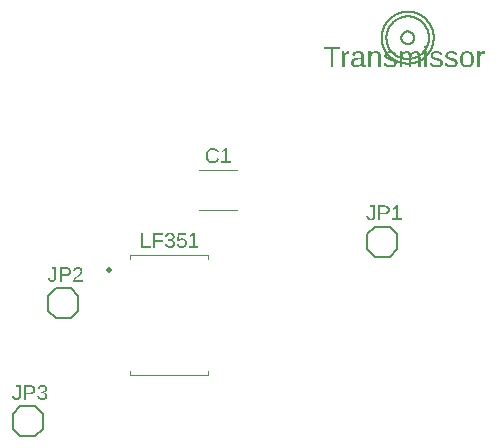
<source format=gbr>
G04 EAGLE Gerber RS-274X export*
G75*
%MOMM*%
%FSLAX34Y34*%
%LPD*%
%INSilkscreen Top*%
%IPPOS*%
%AMOC8*
5,1,8,0,0,1.08239X$1,22.5*%
G01*
G04 Define Apertures*
%ADD10C,0.120000*%
%ADD11C,0.127000*%
%ADD12C,0.500000*%
%ADD13C,0.152400*%
G36*
X401838Y339755D02*
X401480Y339762D01*
X401133Y339782D01*
X400797Y339817D01*
X400473Y339865D01*
X400159Y339928D01*
X399857Y340004D01*
X399566Y340094D01*
X399286Y340198D01*
X399017Y340316D01*
X398759Y340447D01*
X398512Y340593D01*
X398277Y340752D01*
X398052Y340925D01*
X397839Y341112D01*
X397637Y341313D01*
X397446Y341527D01*
X397266Y341755D01*
X397098Y341995D01*
X396941Y342248D01*
X396796Y342512D01*
X396663Y342789D01*
X396541Y343079D01*
X396431Y343380D01*
X396332Y343694D01*
X396245Y344020D01*
X396170Y344359D01*
X396054Y345073D01*
X395984Y345837D01*
X395961Y346649D01*
X395985Y347481D01*
X396014Y347877D01*
X396054Y348259D01*
X396107Y348628D01*
X396170Y348984D01*
X396246Y349326D01*
X396333Y349655D01*
X396432Y349970D01*
X396542Y350272D01*
X396664Y350561D01*
X396798Y350836D01*
X396943Y351097D01*
X397100Y351346D01*
X397269Y351580D01*
X397449Y351802D01*
X397641Y352010D01*
X397844Y352204D01*
X398059Y352386D01*
X398286Y352553D01*
X398524Y352708D01*
X398774Y352848D01*
X399035Y352976D01*
X399308Y353090D01*
X399593Y353191D01*
X399889Y353278D01*
X400197Y353352D01*
X400517Y353412D01*
X400848Y353459D01*
X401191Y353493D01*
X401545Y353513D01*
X401911Y353519D01*
X402285Y353513D01*
X402647Y353493D01*
X402996Y353461D01*
X403332Y353415D01*
X403656Y353356D01*
X403967Y353284D01*
X404266Y353199D01*
X404552Y353101D01*
X404826Y352990D01*
X405087Y352865D01*
X405335Y352728D01*
X405571Y352577D01*
X405794Y352414D01*
X406005Y352237D01*
X406203Y352048D01*
X406389Y351845D01*
X406563Y351628D01*
X406726Y351397D01*
X406877Y351152D01*
X407017Y350892D01*
X407146Y350618D01*
X407264Y350329D01*
X407370Y350026D01*
X407466Y349709D01*
X407550Y349377D01*
X407623Y349030D01*
X407735Y348294D01*
X407802Y347501D01*
X407825Y346649D01*
X407819Y346221D01*
X407801Y345806D01*
X407771Y345405D01*
X407729Y345018D01*
X407675Y344645D01*
X407609Y344286D01*
X407531Y343941D01*
X407441Y343610D01*
X407339Y343292D01*
X407225Y342989D01*
X407100Y342699D01*
X406962Y342424D01*
X406812Y342162D01*
X406650Y341914D01*
X406477Y341680D01*
X406291Y341460D01*
X406094Y341253D01*
X405886Y341060D01*
X405667Y340880D01*
X405438Y340714D01*
X405197Y340561D01*
X404946Y340421D01*
X404684Y340294D01*
X404411Y340181D01*
X404127Y340081D01*
X403833Y339994D01*
X403527Y339921D01*
X403211Y339861D01*
X402884Y339815D01*
X402546Y339781D01*
X402197Y339761D01*
X401838Y339755D01*
G37*
%LPC*%
G36*
X401813Y341386D02*
X402292Y341406D01*
X402736Y341466D01*
X403144Y341566D01*
X403517Y341705D01*
X403854Y341885D01*
X404156Y342104D01*
X404422Y342363D01*
X404653Y342662D01*
X404853Y343004D01*
X405026Y343390D01*
X405173Y343821D01*
X405293Y344297D01*
X405386Y344818D01*
X405453Y345383D01*
X405493Y345994D01*
X405506Y346649D01*
X405493Y347313D01*
X405455Y347929D01*
X405391Y348499D01*
X405302Y349022D01*
X405187Y349497D01*
X405047Y349926D01*
X404881Y350308D01*
X404690Y350643D01*
X404469Y350934D01*
X404213Y351187D01*
X403922Y351401D01*
X403597Y351576D01*
X403237Y351713D01*
X402842Y351810D01*
X402412Y351868D01*
X401948Y351888D01*
X401480Y351868D01*
X401046Y351808D01*
X400645Y351709D01*
X400278Y351570D01*
X399944Y351392D01*
X399644Y351174D01*
X399378Y350916D01*
X399145Y350618D01*
X398942Y350278D01*
X398766Y349894D01*
X398618Y349465D01*
X398496Y348991D01*
X398402Y348473D01*
X398334Y347909D01*
X398293Y347302D01*
X398280Y346649D01*
X398293Y346013D01*
X398333Y345418D01*
X398400Y344864D01*
X398493Y344351D01*
X398613Y343878D01*
X398760Y343446D01*
X398933Y343055D01*
X399133Y342705D01*
X399361Y342396D01*
X399620Y342128D01*
X399909Y341901D01*
X400229Y341716D01*
X400579Y341572D01*
X400960Y341469D01*
X401371Y341407D01*
X401813Y341386D01*
G37*
%LPD*%
G36*
X307860Y339755D02*
X307376Y339771D01*
X306922Y339821D01*
X306500Y339903D01*
X306109Y340018D01*
X305749Y340167D01*
X305420Y340348D01*
X305122Y340562D01*
X304855Y340810D01*
X304619Y341086D01*
X304414Y341386D01*
X304242Y341711D01*
X304100Y342061D01*
X303990Y342435D01*
X303911Y342834D01*
X303864Y343257D01*
X303849Y343705D01*
X303870Y344205D01*
X303933Y344676D01*
X304039Y345116D01*
X304187Y345527D01*
X304378Y345907D01*
X304611Y346258D01*
X304886Y346579D01*
X305204Y346870D01*
X305569Y347130D01*
X305986Y347358D01*
X306455Y347553D01*
X306975Y347717D01*
X307548Y347848D01*
X308173Y347947D01*
X308849Y348013D01*
X309578Y348048D01*
X312559Y348097D01*
X312559Y348821D01*
X312548Y349211D01*
X312516Y349573D01*
X312462Y349906D01*
X312387Y350210D01*
X312291Y350486D01*
X312172Y350732D01*
X312033Y350950D01*
X311872Y351139D01*
X311688Y351303D01*
X311479Y351445D01*
X311246Y351566D01*
X310989Y351664D01*
X310706Y351740D01*
X310400Y351795D01*
X310068Y351828D01*
X309713Y351839D01*
X309354Y351831D01*
X309021Y351807D01*
X308713Y351768D01*
X308431Y351713D01*
X308173Y351642D01*
X307942Y351556D01*
X307735Y351454D01*
X307554Y351336D01*
X307393Y351201D01*
X307250Y351047D01*
X307123Y350874D01*
X307014Y350682D01*
X306921Y350472D01*
X306845Y350243D01*
X306786Y349995D01*
X306744Y349729D01*
X304437Y349937D01*
X304524Y350371D01*
X304644Y350777D01*
X304797Y351155D01*
X304982Y351504D01*
X305200Y351826D01*
X305451Y352120D01*
X305734Y352386D01*
X306051Y352624D01*
X306400Y352834D01*
X306782Y353016D01*
X307197Y353170D01*
X307644Y353296D01*
X308124Y353393D01*
X308637Y353463D01*
X309183Y353505D01*
X309762Y353519D01*
X310368Y353501D01*
X310936Y353448D01*
X311465Y353358D01*
X311955Y353233D01*
X312406Y353071D01*
X312819Y352874D01*
X313193Y352641D01*
X313528Y352372D01*
X313824Y352070D01*
X314081Y351735D01*
X314298Y351368D01*
X314476Y350969D01*
X314614Y350538D01*
X314713Y350076D01*
X314772Y349581D01*
X314792Y349054D01*
X314792Y343337D01*
X314808Y342876D01*
X314856Y342477D01*
X314937Y342137D01*
X315049Y341859D01*
X315121Y341742D01*
X315207Y341641D01*
X315308Y341556D01*
X315423Y341486D01*
X315553Y341432D01*
X315698Y341393D01*
X315857Y341370D01*
X316031Y341362D01*
X316371Y341383D01*
X316755Y341448D01*
X316755Y340074D01*
X316335Y339988D01*
X315911Y339926D01*
X315483Y339890D01*
X315049Y339877D01*
X314753Y339887D01*
X314478Y339918D01*
X314223Y339968D01*
X313990Y340038D01*
X313777Y340129D01*
X313585Y340240D01*
X313414Y340370D01*
X313264Y340521D01*
X313132Y340694D01*
X313016Y340889D01*
X312914Y341107D01*
X312827Y341348D01*
X312756Y341612D01*
X312700Y341898D01*
X312658Y342207D01*
X312633Y342539D01*
X312559Y342539D01*
X312343Y342173D01*
X312118Y341834D01*
X311885Y341524D01*
X311643Y341241D01*
X311393Y340985D01*
X311134Y340758D01*
X310866Y340558D01*
X310590Y340386D01*
X310302Y340238D01*
X309998Y340110D01*
X309680Y340001D01*
X309346Y339913D01*
X308997Y339844D01*
X308634Y339794D01*
X308254Y339765D01*
X307860Y339755D01*
G37*
%LPC*%
G36*
X308363Y341411D02*
X308663Y341419D01*
X308954Y341445D01*
X309236Y341488D01*
X309510Y341549D01*
X309776Y341626D01*
X310033Y341721D01*
X310282Y341834D01*
X310522Y341963D01*
X310752Y342107D01*
X310970Y342265D01*
X311175Y342435D01*
X311367Y342618D01*
X311547Y342814D01*
X311715Y343022D01*
X311870Y343244D01*
X312013Y343478D01*
X312141Y343720D01*
X312252Y343963D01*
X312346Y344208D01*
X312422Y344455D01*
X312482Y344703D01*
X312525Y344954D01*
X312550Y345206D01*
X312559Y345459D01*
X312559Y346551D01*
X310142Y346502D01*
X309410Y346473D01*
X308773Y346410D01*
X308229Y346313D01*
X307993Y346252D01*
X307780Y346183D01*
X307402Y346016D01*
X307070Y345809D01*
X306786Y345562D01*
X306548Y345275D01*
X306447Y345116D01*
X306360Y344945D01*
X306286Y344762D01*
X306226Y344567D01*
X306179Y344360D01*
X306145Y344141D01*
X306125Y343911D01*
X306118Y343668D01*
X306127Y343406D01*
X306155Y343159D01*
X306200Y342927D01*
X306264Y342711D01*
X306346Y342510D01*
X306446Y342325D01*
X306564Y342155D01*
X306701Y342000D01*
X306854Y341862D01*
X307023Y341742D01*
X307208Y341641D01*
X307408Y341558D01*
X307623Y341494D01*
X307854Y341448D01*
X308101Y341420D01*
X308363Y341411D01*
G37*
%LPD*%
G36*
X347219Y340000D02*
X345023Y340000D01*
X345023Y350440D01*
X345005Y352308D01*
X344982Y352904D01*
X344950Y353274D01*
X347035Y353274D01*
X347060Y352943D01*
X347090Y352323D01*
X347133Y351004D01*
X347170Y351004D01*
X347351Y351344D01*
X347539Y351656D01*
X347733Y351942D01*
X347934Y352201D01*
X348141Y352433D01*
X348355Y352638D01*
X348575Y352816D01*
X348802Y352967D01*
X349038Y353097D01*
X349287Y353209D01*
X349549Y353304D01*
X349823Y353381D01*
X350110Y353442D01*
X350410Y353485D01*
X350722Y353511D01*
X351047Y353519D01*
X351414Y353510D01*
X351762Y353482D01*
X352090Y353435D01*
X352398Y353369D01*
X352686Y353285D01*
X352955Y353181D01*
X353204Y353059D01*
X353433Y352918D01*
X353644Y352757D01*
X353838Y352573D01*
X354016Y352367D01*
X354177Y352139D01*
X354321Y351889D01*
X354449Y351616D01*
X354560Y351322D01*
X354654Y351004D01*
X354691Y351004D01*
X354867Y351327D01*
X355052Y351626D01*
X355246Y351902D01*
X355450Y352155D01*
X355662Y352384D01*
X355883Y352589D01*
X356114Y352772D01*
X356353Y352931D01*
X356603Y353069D01*
X356866Y353188D01*
X357142Y353289D01*
X357431Y353372D01*
X357733Y353437D01*
X358047Y353483D01*
X358374Y353510D01*
X358714Y353519D01*
X359200Y353502D01*
X359652Y353451D01*
X360069Y353366D01*
X360452Y353246D01*
X360801Y353093D01*
X361115Y352905D01*
X361395Y352683D01*
X361640Y352428D01*
X361855Y352133D01*
X362040Y351794D01*
X362197Y351412D01*
X362326Y350986D01*
X362426Y350516D01*
X362497Y350003D01*
X362540Y349446D01*
X362554Y348845D01*
X362554Y340000D01*
X360371Y340000D01*
X360371Y348416D01*
X360362Y348879D01*
X360338Y349305D01*
X360296Y349693D01*
X360239Y350044D01*
X360165Y350359D01*
X360074Y350636D01*
X359967Y350875D01*
X359843Y351078D01*
X359698Y351251D01*
X359526Y351400D01*
X359328Y351527D01*
X359104Y351630D01*
X358853Y351711D01*
X358576Y351768D01*
X358272Y351803D01*
X357942Y351814D01*
X357590Y351797D01*
X357258Y351747D01*
X356946Y351663D01*
X356655Y351546D01*
X356384Y351395D01*
X356132Y351210D01*
X355901Y350992D01*
X355690Y350741D01*
X355502Y350458D01*
X355339Y350148D01*
X355201Y349809D01*
X355088Y349442D01*
X355000Y349047D01*
X354937Y348623D01*
X354899Y348172D01*
X354887Y347692D01*
X354887Y340000D01*
X352703Y340000D01*
X352703Y348416D01*
X352695Y348879D01*
X352670Y349305D01*
X352629Y349693D01*
X352571Y350044D01*
X352497Y350359D01*
X352406Y350636D01*
X352299Y350875D01*
X352176Y351078D01*
X352030Y351251D01*
X351859Y351400D01*
X351661Y351527D01*
X351436Y351630D01*
X351186Y351711D01*
X350908Y351768D01*
X350604Y351803D01*
X350274Y351814D01*
X349931Y351797D01*
X349605Y351747D01*
X349299Y351662D01*
X349010Y351544D01*
X348741Y351392D01*
X348489Y351207D01*
X348256Y350988D01*
X348041Y350735D01*
X347849Y350451D01*
X347682Y350140D01*
X347540Y349801D01*
X347425Y349434D01*
X347335Y349040D01*
X347271Y348618D01*
X347232Y348169D01*
X347219Y347692D01*
X347219Y340000D01*
G37*
G36*
X320700Y340000D02*
X318492Y340000D01*
X318492Y350440D01*
X318474Y352308D01*
X318451Y352904D01*
X318418Y353274D01*
X320504Y353274D01*
X320529Y352943D01*
X320559Y352323D01*
X320602Y351004D01*
X320639Y351004D01*
X320833Y351335D01*
X321034Y351641D01*
X321243Y351922D01*
X321459Y352178D01*
X321683Y352408D01*
X321914Y352613D01*
X322153Y352794D01*
X322399Y352949D01*
X322657Y353083D01*
X322930Y353199D01*
X323217Y353297D01*
X323520Y353377D01*
X323839Y353439D01*
X324172Y353484D01*
X324520Y353510D01*
X324884Y353519D01*
X325411Y353502D01*
X325902Y353452D01*
X326357Y353367D01*
X326775Y353248D01*
X327156Y353095D01*
X327500Y352909D01*
X327808Y352688D01*
X328080Y352434D01*
X328317Y352140D01*
X328522Y351802D01*
X328696Y351420D01*
X328839Y350994D01*
X328949Y350523D01*
X329028Y350008D01*
X329076Y349449D01*
X329092Y348845D01*
X329092Y340000D01*
X326871Y340000D01*
X326871Y348416D01*
X326855Y349035D01*
X326807Y349581D01*
X326726Y350054D01*
X326614Y350452D01*
X326466Y350789D01*
X326279Y351075D01*
X326055Y351310D01*
X325792Y351495D01*
X325642Y351570D01*
X325476Y351635D01*
X325095Y351734D01*
X324648Y351794D01*
X324135Y351814D01*
X323747Y351797D01*
X323380Y351746D01*
X323034Y351661D01*
X322709Y351541D01*
X322405Y351388D01*
X322123Y351200D01*
X321861Y350978D01*
X321620Y350722D01*
X321405Y350436D01*
X321218Y350123D01*
X321060Y349784D01*
X320930Y349419D01*
X320830Y349027D01*
X320758Y348608D01*
X320715Y348163D01*
X320700Y347692D01*
X320700Y340000D01*
G37*
G36*
X336988Y339755D02*
X336386Y339767D01*
X335820Y339806D01*
X335289Y339869D01*
X334793Y339959D01*
X334333Y340073D01*
X333909Y340214D01*
X333520Y340379D01*
X333166Y340570D01*
X332845Y340789D01*
X332553Y341036D01*
X332291Y341311D01*
X332058Y341615D01*
X331854Y341947D01*
X331679Y342308D01*
X331534Y342698D01*
X331418Y343116D01*
X333369Y343496D01*
X333449Y343238D01*
X333547Y342998D01*
X333665Y342776D01*
X333801Y342572D01*
X333956Y342385D01*
X334130Y342216D01*
X334323Y342065D01*
X334534Y341932D01*
X334766Y341816D01*
X335019Y341715D01*
X335293Y341629D01*
X335589Y341560D01*
X335907Y341505D01*
X336246Y341466D01*
X336606Y341443D01*
X336988Y341435D01*
X337394Y341443D01*
X337772Y341468D01*
X338121Y341508D01*
X338443Y341564D01*
X338736Y341637D01*
X339002Y341725D01*
X339239Y341830D01*
X339447Y341951D01*
X339630Y342087D01*
X339788Y342240D01*
X339922Y342410D01*
X340032Y342595D01*
X340117Y342796D01*
X340178Y343013D01*
X340214Y343247D01*
X340227Y343496D01*
X340218Y343688D01*
X340193Y343871D01*
X340151Y344044D01*
X340092Y344208D01*
X340016Y344363D01*
X339923Y344509D01*
X339813Y344645D01*
X339687Y344772D01*
X339541Y344892D01*
X339375Y345007D01*
X338981Y345220D01*
X338504Y345412D01*
X337945Y345582D01*
X336362Y345999D01*
X335480Y346243D01*
X334735Y346485D01*
X334127Y346725D01*
X333657Y346962D01*
X333277Y347211D01*
X332941Y347485D01*
X332648Y347784D01*
X332399Y348109D01*
X332293Y348283D01*
X332201Y348466D01*
X332123Y348658D01*
X332059Y348861D01*
X332009Y349072D01*
X331974Y349294D01*
X331953Y349525D01*
X331946Y349765D01*
X331966Y350206D01*
X332026Y350619D01*
X332128Y351006D01*
X332269Y351365D01*
X332451Y351697D01*
X332674Y352002D01*
X332936Y352281D01*
X333240Y352532D01*
X333582Y352755D01*
X333961Y352948D01*
X334377Y353111D01*
X334830Y353245D01*
X335320Y353349D01*
X335847Y353423D01*
X336411Y353468D01*
X337012Y353483D01*
X337547Y353471D01*
X338054Y353434D01*
X338532Y353374D01*
X338983Y353289D01*
X339405Y353181D01*
X339799Y353048D01*
X340165Y352891D01*
X340503Y352710D01*
X340811Y352502D01*
X341090Y352265D01*
X341340Y351999D01*
X341559Y351704D01*
X341749Y351379D01*
X341909Y351026D01*
X342040Y350643D01*
X342140Y350232D01*
X340153Y349986D01*
X340097Y350201D01*
X340022Y350402D01*
X339928Y350591D01*
X339814Y350767D01*
X339681Y350930D01*
X339528Y351080D01*
X339357Y351217D01*
X339165Y351342D01*
X338956Y351453D01*
X338729Y351548D01*
X338486Y351630D01*
X338225Y351696D01*
X337948Y351748D01*
X337653Y351785D01*
X337341Y351807D01*
X337012Y351814D01*
X336650Y351807D01*
X336313Y351786D01*
X336000Y351750D01*
X335712Y351701D01*
X335448Y351637D01*
X335209Y351559D01*
X334994Y351467D01*
X334804Y351360D01*
X334637Y351239D01*
X334493Y351104D01*
X334370Y350954D01*
X334270Y350790D01*
X334193Y350611D01*
X334137Y350417D01*
X334104Y350209D01*
X334092Y349986D01*
X334111Y349716D01*
X334166Y349471D01*
X334258Y349250D01*
X334387Y349054D01*
X334552Y348877D01*
X334752Y348713D01*
X334987Y348564D01*
X335258Y348428D01*
X335626Y348287D01*
X336154Y348121D01*
X336841Y347931D01*
X337687Y347717D01*
X338503Y347500D01*
X339196Y347292D01*
X339766Y347092D01*
X340214Y346901D01*
X340580Y346709D01*
X340906Y346507D01*
X341191Y346295D01*
X341435Y346073D01*
X341646Y345837D01*
X341832Y345584D01*
X341993Y345312D01*
X342128Y345024D01*
X342235Y344716D01*
X342312Y344387D01*
X342358Y344038D01*
X342373Y343668D01*
X342351Y343212D01*
X342285Y342783D01*
X342174Y342381D01*
X342019Y342006D01*
X341820Y341657D01*
X341576Y341336D01*
X341289Y341041D01*
X340956Y340773D01*
X340584Y340534D01*
X340177Y340327D01*
X339734Y340152D01*
X339256Y340009D01*
X338742Y339898D01*
X338193Y339818D01*
X337608Y339771D01*
X336988Y339755D01*
G37*
G36*
X376050Y339755D02*
X375448Y339767D01*
X374882Y339806D01*
X374351Y339869D01*
X373856Y339959D01*
X373396Y340073D01*
X372971Y340214D01*
X372582Y340379D01*
X372229Y340570D01*
X371908Y340789D01*
X371616Y341036D01*
X371353Y341311D01*
X371120Y341615D01*
X370916Y341947D01*
X370742Y342308D01*
X370596Y342698D01*
X370481Y343116D01*
X372431Y343496D01*
X372511Y343238D01*
X372610Y342998D01*
X372727Y342776D01*
X372864Y342572D01*
X373019Y342385D01*
X373193Y342216D01*
X373385Y342065D01*
X373597Y341932D01*
X373828Y341816D01*
X374081Y341715D01*
X374356Y341629D01*
X374652Y341560D01*
X374969Y341505D01*
X375308Y341466D01*
X375668Y341443D01*
X376050Y341435D01*
X376456Y341443D01*
X376834Y341468D01*
X377184Y341508D01*
X377506Y341564D01*
X377799Y341637D01*
X378064Y341725D01*
X378301Y341830D01*
X378510Y341951D01*
X378693Y342087D01*
X378851Y342240D01*
X378985Y342410D01*
X379094Y342595D01*
X379179Y342796D01*
X379240Y343013D01*
X379277Y343247D01*
X379289Y343496D01*
X379281Y343688D01*
X379255Y343871D01*
X379213Y344044D01*
X379154Y344208D01*
X379078Y344363D01*
X378985Y344509D01*
X378876Y344645D01*
X378749Y344772D01*
X378604Y344892D01*
X378438Y345007D01*
X378044Y345220D01*
X377567Y345412D01*
X377007Y345582D01*
X375425Y345999D01*
X374542Y346243D01*
X373798Y346485D01*
X373190Y346725D01*
X372719Y346962D01*
X372340Y347211D01*
X372003Y347485D01*
X371711Y347784D01*
X371462Y348109D01*
X371356Y348283D01*
X371263Y348466D01*
X371185Y348658D01*
X371122Y348861D01*
X371072Y349072D01*
X371036Y349294D01*
X371015Y349525D01*
X371008Y349765D01*
X371028Y350206D01*
X371089Y350619D01*
X371190Y351006D01*
X371332Y351365D01*
X371514Y351697D01*
X371736Y352002D01*
X371999Y352281D01*
X372302Y352532D01*
X372644Y352755D01*
X373023Y352948D01*
X373440Y353111D01*
X373893Y353245D01*
X374383Y353349D01*
X374910Y353423D01*
X375474Y353468D01*
X376075Y353483D01*
X376610Y353471D01*
X377116Y353434D01*
X377595Y353374D01*
X378045Y353289D01*
X378468Y353181D01*
X378862Y353048D01*
X379227Y352891D01*
X379565Y352710D01*
X379874Y352502D01*
X380153Y352265D01*
X380402Y351999D01*
X380622Y351704D01*
X380811Y351379D01*
X380972Y351026D01*
X381102Y350643D01*
X381203Y350232D01*
X379215Y349986D01*
X379160Y350201D01*
X379085Y350402D01*
X378990Y350591D01*
X378876Y350767D01*
X378743Y350930D01*
X378591Y351080D01*
X378419Y351217D01*
X378228Y351342D01*
X378018Y351453D01*
X377792Y351548D01*
X377548Y351630D01*
X377288Y351696D01*
X377010Y351748D01*
X376715Y351785D01*
X376404Y351807D01*
X376075Y351814D01*
X375713Y351807D01*
X375375Y351786D01*
X375063Y351750D01*
X374774Y351701D01*
X374511Y351637D01*
X374271Y351559D01*
X374057Y351467D01*
X373867Y351360D01*
X373700Y351239D01*
X373555Y351104D01*
X373433Y350954D01*
X373333Y350790D01*
X373255Y350611D01*
X373199Y350417D01*
X373166Y350209D01*
X373155Y349986D01*
X373173Y349716D01*
X373229Y349471D01*
X373321Y349250D01*
X373449Y349054D01*
X373614Y348877D01*
X373814Y348713D01*
X374050Y348564D01*
X374320Y348428D01*
X374688Y348287D01*
X375216Y348121D01*
X375903Y347931D01*
X376750Y347717D01*
X377565Y347500D01*
X378258Y347292D01*
X378829Y347092D01*
X379277Y346901D01*
X379643Y346709D01*
X379968Y346507D01*
X380253Y346295D01*
X380497Y346073D01*
X380709Y345837D01*
X380895Y345584D01*
X381055Y345312D01*
X381191Y345024D01*
X381298Y344716D01*
X381375Y344387D01*
X381421Y344038D01*
X381436Y343668D01*
X381414Y343212D01*
X381347Y342783D01*
X381237Y342381D01*
X381082Y342006D01*
X380882Y341657D01*
X380639Y341336D01*
X380351Y341041D01*
X380019Y340773D01*
X379647Y340534D01*
X379240Y340327D01*
X378797Y340152D01*
X378318Y340009D01*
X377804Y339898D01*
X377255Y339818D01*
X376670Y339771D01*
X376050Y339755D01*
G37*
G36*
X388613Y339755D02*
X388011Y339767D01*
X387445Y339806D01*
X386914Y339869D01*
X386418Y339959D01*
X385958Y340073D01*
X385534Y340214D01*
X385145Y340379D01*
X384791Y340570D01*
X384470Y340789D01*
X384178Y341036D01*
X383916Y341311D01*
X383683Y341615D01*
X383479Y341947D01*
X383304Y342308D01*
X383159Y342698D01*
X383043Y343116D01*
X384994Y343496D01*
X385074Y343238D01*
X385172Y342998D01*
X385290Y342776D01*
X385426Y342572D01*
X385581Y342385D01*
X385755Y342216D01*
X385948Y342065D01*
X386159Y341932D01*
X386391Y341816D01*
X386644Y341715D01*
X386918Y341629D01*
X387214Y341560D01*
X387532Y341505D01*
X387871Y341466D01*
X388231Y341443D01*
X388613Y341435D01*
X389019Y341443D01*
X389397Y341468D01*
X389746Y341508D01*
X390068Y341564D01*
X390361Y341637D01*
X390627Y341725D01*
X390864Y341830D01*
X391072Y341951D01*
X391255Y342087D01*
X391413Y342240D01*
X391547Y342410D01*
X391657Y342595D01*
X391742Y342796D01*
X391803Y343013D01*
X391839Y343247D01*
X391852Y343496D01*
X391843Y343688D01*
X391818Y343871D01*
X391776Y344044D01*
X391717Y344208D01*
X391641Y344363D01*
X391548Y344509D01*
X391438Y344645D01*
X391312Y344772D01*
X391166Y344892D01*
X391000Y345007D01*
X390606Y345220D01*
X390129Y345412D01*
X389570Y345582D01*
X387987Y345999D01*
X387105Y346243D01*
X386360Y346485D01*
X385752Y346725D01*
X385282Y346962D01*
X384902Y347211D01*
X384566Y347485D01*
X384273Y347784D01*
X384024Y348109D01*
X383918Y348283D01*
X383826Y348466D01*
X383748Y348658D01*
X383684Y348861D01*
X383634Y349072D01*
X383599Y349294D01*
X383578Y349525D01*
X383571Y349765D01*
X383591Y350206D01*
X383651Y350619D01*
X383753Y351006D01*
X383894Y351365D01*
X384076Y351697D01*
X384299Y352002D01*
X384561Y352281D01*
X384865Y352532D01*
X385207Y352755D01*
X385586Y352948D01*
X386002Y353111D01*
X386455Y353245D01*
X386945Y353349D01*
X387472Y353423D01*
X388036Y353468D01*
X388637Y353483D01*
X389172Y353471D01*
X389679Y353434D01*
X390157Y353374D01*
X390608Y353289D01*
X391030Y353181D01*
X391424Y353048D01*
X391790Y352891D01*
X392128Y352710D01*
X392436Y352502D01*
X392715Y352265D01*
X392965Y351999D01*
X393184Y351704D01*
X393374Y351379D01*
X393534Y351026D01*
X393665Y350643D01*
X393765Y350232D01*
X391778Y349986D01*
X391722Y350201D01*
X391647Y350402D01*
X391553Y350591D01*
X391439Y350767D01*
X391306Y350930D01*
X391153Y351080D01*
X390982Y351217D01*
X390790Y351342D01*
X390581Y351453D01*
X390354Y351548D01*
X390111Y351630D01*
X389850Y351696D01*
X389573Y351748D01*
X389278Y351785D01*
X388966Y351807D01*
X388637Y351814D01*
X388275Y351807D01*
X387938Y351786D01*
X387625Y351750D01*
X387337Y351701D01*
X387073Y351637D01*
X386834Y351559D01*
X386619Y351467D01*
X386429Y351360D01*
X386262Y351239D01*
X386118Y351104D01*
X385995Y350954D01*
X385895Y350790D01*
X385818Y350611D01*
X385762Y350417D01*
X385729Y350209D01*
X385717Y349986D01*
X385736Y349716D01*
X385791Y349471D01*
X385883Y349250D01*
X386012Y349054D01*
X386177Y348877D01*
X386377Y348713D01*
X386612Y348564D01*
X386883Y348428D01*
X387251Y348287D01*
X387779Y348121D01*
X388466Y347931D01*
X389312Y347717D01*
X390128Y347500D01*
X390821Y347292D01*
X391391Y347092D01*
X391839Y346901D01*
X392205Y346709D01*
X392531Y346507D01*
X392816Y346295D01*
X393060Y346073D01*
X393271Y345837D01*
X393457Y345584D01*
X393618Y345312D01*
X393753Y345024D01*
X393860Y344716D01*
X393937Y344387D01*
X393983Y344038D01*
X393998Y343668D01*
X393976Y343212D01*
X393910Y342783D01*
X393799Y342381D01*
X393644Y342006D01*
X393445Y341657D01*
X393201Y341336D01*
X392914Y341041D01*
X392581Y340773D01*
X392209Y340534D01*
X391802Y340327D01*
X391359Y340152D01*
X390881Y340009D01*
X390367Y339898D01*
X389818Y339818D01*
X389233Y339771D01*
X388613Y339755D01*
G37*
G36*
X288833Y340000D02*
X286502Y340000D01*
X286502Y355372D01*
X280564Y355372D01*
X280564Y357286D01*
X294771Y357286D01*
X294771Y355372D01*
X288833Y355372D01*
X288833Y340000D01*
G37*
G36*
X298357Y340000D02*
X296148Y340000D01*
X296148Y350182D01*
X296130Y351655D01*
X296075Y353274D01*
X298160Y353274D01*
X298234Y351468D01*
X298258Y350563D01*
X298307Y350563D01*
X298442Y350972D01*
X298581Y351348D01*
X298726Y351690D01*
X298875Y351998D01*
X299029Y352273D01*
X299188Y352513D01*
X299353Y352720D01*
X299522Y352894D01*
X299703Y353040D01*
X299901Y353167D01*
X300117Y353275D01*
X300350Y353363D01*
X300601Y353431D01*
X300870Y353480D01*
X301156Y353510D01*
X301460Y353519D01*
X301682Y353512D01*
X301905Y353489D01*
X302130Y353450D01*
X302356Y353397D01*
X302356Y351372D01*
X302117Y351426D01*
X301841Y351465D01*
X301528Y351488D01*
X301178Y351495D01*
X300845Y351477D01*
X300532Y351421D01*
X300239Y351329D01*
X299967Y351199D01*
X299715Y351033D01*
X299483Y350829D01*
X299271Y350589D01*
X299080Y350311D01*
X298911Y349999D01*
X298764Y349655D01*
X298639Y349279D01*
X298538Y348871D01*
X298458Y348431D01*
X298402Y347959D01*
X298368Y347455D01*
X298357Y346919D01*
X298357Y340000D01*
G37*
G36*
X412825Y340000D02*
X410617Y340000D01*
X410617Y350182D01*
X410599Y351655D01*
X410543Y353274D01*
X412629Y353274D01*
X412703Y351468D01*
X412727Y350563D01*
X412776Y350563D01*
X412911Y350972D01*
X413050Y351348D01*
X413194Y351690D01*
X413344Y351998D01*
X413498Y352273D01*
X413657Y352513D01*
X413822Y352720D01*
X413991Y352894D01*
X414171Y353040D01*
X414370Y353167D01*
X414585Y353275D01*
X414819Y353363D01*
X415070Y353431D01*
X415339Y353480D01*
X415625Y353510D01*
X415929Y353519D01*
X416151Y353512D01*
X416374Y353489D01*
X416599Y353450D01*
X416825Y353397D01*
X416825Y351372D01*
X416585Y351426D01*
X416309Y351465D01*
X415997Y351488D01*
X415647Y351495D01*
X415314Y351477D01*
X415001Y351421D01*
X414708Y351329D01*
X414436Y351199D01*
X414183Y351033D01*
X413952Y350829D01*
X413740Y350589D01*
X413549Y350311D01*
X413379Y349999D01*
X413232Y349655D01*
X413108Y349279D01*
X413006Y348871D01*
X412927Y348431D01*
X412871Y347959D01*
X412837Y347455D01*
X412825Y346919D01*
X412825Y340000D01*
G37*
G36*
X368108Y340000D02*
X365899Y340000D01*
X365899Y353274D01*
X368108Y353274D01*
X368108Y340000D01*
G37*
G36*
X368108Y356096D02*
X365899Y356096D01*
X365899Y358206D01*
X368108Y358206D01*
X368108Y356096D01*
G37*
G36*
X186663Y258766D02*
X186205Y258778D01*
X185762Y258814D01*
X185335Y258875D01*
X184924Y258960D01*
X184528Y259069D01*
X184148Y259202D01*
X183784Y259359D01*
X183436Y259541D01*
X183106Y259745D01*
X182795Y259970D01*
X182506Y260216D01*
X182236Y260483D01*
X181987Y260770D01*
X181758Y261078D01*
X181549Y261407D01*
X181360Y261757D01*
X181193Y262125D01*
X181048Y262510D01*
X180925Y262912D01*
X180825Y263330D01*
X180747Y263765D01*
X180691Y264216D01*
X180657Y264684D01*
X180646Y265168D01*
X180653Y265532D01*
X180671Y265886D01*
X180702Y266230D01*
X180746Y266564D01*
X180802Y266888D01*
X180870Y267202D01*
X180951Y267506D01*
X181045Y267800D01*
X181151Y268084D01*
X181269Y268358D01*
X181543Y268876D01*
X181867Y269355D01*
X182240Y269793D01*
X182658Y270185D01*
X183114Y270525D01*
X183356Y270675D01*
X183608Y270812D01*
X183870Y270936D01*
X184141Y271047D01*
X184422Y271146D01*
X184712Y271230D01*
X185012Y271302D01*
X185321Y271361D01*
X185640Y271407D01*
X185969Y271440D01*
X186307Y271459D01*
X186655Y271466D01*
X187137Y271454D01*
X187599Y271418D01*
X188042Y271357D01*
X188463Y271273D01*
X188865Y271165D01*
X189246Y271032D01*
X189607Y270876D01*
X189948Y270695D01*
X190268Y270491D01*
X190565Y270263D01*
X190841Y270012D01*
X191095Y269738D01*
X191327Y269441D01*
X191538Y269120D01*
X191726Y268776D01*
X191892Y268409D01*
X190307Y267883D01*
X190192Y268145D01*
X190060Y268390D01*
X189912Y268620D01*
X189748Y268834D01*
X189567Y269032D01*
X189370Y269214D01*
X189157Y269380D01*
X188927Y269530D01*
X188684Y269664D01*
X188430Y269779D01*
X188165Y269877D01*
X187889Y269957D01*
X187601Y270019D01*
X187303Y270064D01*
X186993Y270090D01*
X186672Y270099D01*
X186174Y270079D01*
X185704Y270017D01*
X185263Y269914D01*
X184850Y269770D01*
X184466Y269584D01*
X184110Y269358D01*
X183783Y269090D01*
X183484Y268781D01*
X183217Y268436D01*
X182986Y268061D01*
X182790Y267655D01*
X182630Y267219D01*
X182506Y266752D01*
X182417Y266255D01*
X182363Y265727D01*
X182345Y265168D01*
X182364Y264615D01*
X182420Y264090D01*
X182512Y263592D01*
X182642Y263122D01*
X182809Y262680D01*
X183013Y262266D01*
X183254Y261879D01*
X183532Y261520D01*
X183842Y261197D01*
X184178Y260917D01*
X184540Y260680D01*
X184928Y260486D01*
X185342Y260335D01*
X185783Y260227D01*
X186250Y260162D01*
X186742Y260141D01*
X187061Y260151D01*
X187370Y260181D01*
X187669Y260231D01*
X187958Y260301D01*
X188237Y260392D01*
X188506Y260502D01*
X188764Y260632D01*
X189013Y260782D01*
X189251Y260953D01*
X189480Y261143D01*
X189698Y261354D01*
X189907Y261584D01*
X190105Y261835D01*
X190293Y262106D01*
X190472Y262396D01*
X190640Y262707D01*
X192006Y262024D01*
X191806Y261637D01*
X191587Y261275D01*
X191348Y260936D01*
X191090Y260620D01*
X190812Y260329D01*
X190516Y260062D01*
X190200Y259818D01*
X189865Y259598D01*
X189513Y259403D01*
X189147Y259234D01*
X188768Y259091D01*
X188375Y258974D01*
X187968Y258883D01*
X187547Y258818D01*
X187112Y258779D01*
X186663Y258766D01*
G37*
G36*
X201773Y258941D02*
X194039Y258941D01*
X194039Y260281D01*
X197184Y260281D01*
X197184Y269775D01*
X194398Y267787D01*
X194398Y269276D01*
X197315Y271282D01*
X198769Y271282D01*
X198769Y260281D01*
X201773Y260281D01*
X201773Y258941D01*
G37*
G36*
X160320Y186975D02*
X159899Y186987D01*
X159499Y187022D01*
X159120Y187081D01*
X158761Y187163D01*
X158424Y187269D01*
X158107Y187399D01*
X157810Y187552D01*
X157535Y187728D01*
X157282Y187927D01*
X157054Y188147D01*
X156850Y188388D01*
X156670Y188650D01*
X156515Y188933D01*
X156384Y189237D01*
X156277Y189563D01*
X156195Y189909D01*
X157789Y190093D01*
X157858Y189871D01*
X157938Y189664D01*
X158031Y189471D01*
X158137Y189292D01*
X158254Y189128D01*
X158384Y188977D01*
X158526Y188842D01*
X158680Y188720D01*
X158847Y188613D01*
X159026Y188520D01*
X159217Y188441D01*
X159420Y188377D01*
X159635Y188327D01*
X159863Y188291D01*
X160103Y188269D01*
X160355Y188262D01*
X160664Y188274D01*
X160956Y188310D01*
X161230Y188370D01*
X161487Y188454D01*
X161727Y188562D01*
X161950Y188693D01*
X162155Y188849D01*
X162344Y189029D01*
X162512Y189229D01*
X162658Y189448D01*
X162781Y189684D01*
X162882Y189939D01*
X162961Y190211D01*
X163017Y190501D01*
X163050Y190809D01*
X163062Y191135D01*
X163050Y191419D01*
X163017Y191690D01*
X162960Y191946D01*
X162881Y192188D01*
X162779Y192417D01*
X162655Y192631D01*
X162508Y192832D01*
X162339Y193018D01*
X162151Y193187D01*
X161946Y193332D01*
X161726Y193456D01*
X161491Y193557D01*
X161239Y193635D01*
X160972Y193692D01*
X160689Y193725D01*
X160390Y193736D01*
X160076Y193724D01*
X159773Y193686D01*
X159481Y193623D01*
X159199Y193535D01*
X158923Y193417D01*
X158647Y193263D01*
X158372Y193075D01*
X158096Y192852D01*
X156554Y192852D01*
X156966Y199491D01*
X163981Y199491D01*
X163981Y198151D01*
X158402Y198151D01*
X158166Y194236D01*
X158430Y194420D01*
X158709Y194581D01*
X159004Y194716D01*
X159315Y194827D01*
X159642Y194913D01*
X159984Y194975D01*
X160341Y195012D01*
X160714Y195024D01*
X161158Y195007D01*
X161579Y194957D01*
X161977Y194874D01*
X162351Y194757D01*
X162703Y194607D01*
X163031Y194423D01*
X163336Y194206D01*
X163618Y193955D01*
X163871Y193678D01*
X164091Y193381D01*
X164277Y193063D01*
X164429Y192725D01*
X164547Y192367D01*
X164632Y191988D01*
X164683Y191589D01*
X164700Y191170D01*
X164681Y190695D01*
X164627Y190246D01*
X164536Y189822D01*
X164409Y189425D01*
X164246Y189054D01*
X164047Y188708D01*
X163811Y188389D01*
X163539Y188096D01*
X163235Y187833D01*
X162903Y187605D01*
X162542Y187413D01*
X162154Y187255D01*
X161738Y187133D01*
X161293Y187045D01*
X160821Y186992D01*
X160320Y186975D01*
G37*
G36*
X150478Y186975D02*
X150021Y186988D01*
X149588Y187028D01*
X149179Y187094D01*
X148793Y187186D01*
X148431Y187305D01*
X148093Y187450D01*
X147778Y187622D01*
X147487Y187820D01*
X147222Y188044D01*
X146985Y188293D01*
X146777Y188568D01*
X146597Y188868D01*
X146445Y189193D01*
X146322Y189544D01*
X146227Y189919D01*
X146160Y190321D01*
X147789Y190469D01*
X147837Y190204D01*
X147900Y189956D01*
X147980Y189725D01*
X148075Y189512D01*
X148187Y189315D01*
X148315Y189135D01*
X148459Y188973D01*
X148619Y188827D01*
X148795Y188699D01*
X148987Y188588D01*
X149195Y188494D01*
X149420Y188417D01*
X149660Y188357D01*
X149917Y188314D01*
X150189Y188288D01*
X150478Y188280D01*
X150768Y188289D01*
X151041Y188317D01*
X151299Y188362D01*
X151541Y188427D01*
X151767Y188509D01*
X151976Y188610D01*
X152170Y188729D01*
X152348Y188867D01*
X152507Y189022D01*
X152645Y189196D01*
X152762Y189387D01*
X152857Y189596D01*
X152931Y189823D01*
X152984Y190067D01*
X153016Y190329D01*
X153027Y190610D01*
X153015Y190855D01*
X152978Y191086D01*
X152918Y191303D01*
X152833Y191506D01*
X152724Y191696D01*
X152591Y191872D01*
X152433Y192034D01*
X152252Y192182D01*
X152047Y192314D01*
X151821Y192429D01*
X151574Y192526D01*
X151305Y192605D01*
X151014Y192667D01*
X150702Y192711D01*
X150369Y192738D01*
X150014Y192747D01*
X149120Y192747D01*
X149120Y194113D01*
X149979Y194113D01*
X150294Y194122D01*
X150590Y194148D01*
X150869Y194192D01*
X151129Y194254D01*
X151372Y194334D01*
X151595Y194431D01*
X151801Y194546D01*
X151989Y194678D01*
X152156Y194826D01*
X152301Y194988D01*
X152424Y195163D01*
X152524Y195351D01*
X152602Y195553D01*
X152658Y195769D01*
X152691Y195999D01*
X152703Y196241D01*
X152694Y196482D01*
X152666Y196710D01*
X152621Y196925D01*
X152557Y197127D01*
X152475Y197316D01*
X152375Y197492D01*
X152257Y197655D01*
X152120Y197805D01*
X151966Y197939D01*
X151794Y198056D01*
X151604Y198154D01*
X151396Y198235D01*
X151171Y198298D01*
X150929Y198343D01*
X150668Y198369D01*
X150390Y198378D01*
X150136Y198370D01*
X149894Y198345D01*
X149665Y198303D01*
X149448Y198245D01*
X149243Y198170D01*
X149051Y198078D01*
X148872Y197969D01*
X148704Y197844D01*
X148552Y197704D01*
X148416Y197550D01*
X148297Y197382D01*
X148195Y197200D01*
X148110Y197005D01*
X148042Y196796D01*
X147990Y196574D01*
X147955Y196338D01*
X146370Y196460D01*
X146428Y196829D01*
X146514Y197176D01*
X146629Y197503D01*
X146772Y197809D01*
X146943Y198094D01*
X147143Y198359D01*
X147371Y198602D01*
X147627Y198825D01*
X147907Y199024D01*
X148206Y199197D01*
X148525Y199343D01*
X148863Y199462D01*
X149220Y199555D01*
X149597Y199622D01*
X149993Y199661D01*
X150408Y199675D01*
X150859Y199661D01*
X151285Y199621D01*
X151684Y199553D01*
X152058Y199459D01*
X152406Y199338D01*
X152728Y199189D01*
X153024Y199014D01*
X153294Y198812D01*
X153535Y198586D01*
X153744Y198338D01*
X153921Y198070D01*
X154066Y197780D01*
X154178Y197468D01*
X154259Y197136D01*
X154307Y196783D01*
X154323Y196408D01*
X154313Y196119D01*
X154282Y195844D01*
X154230Y195583D01*
X154158Y195336D01*
X154065Y195103D01*
X153951Y194883D01*
X153817Y194677D01*
X153662Y194485D01*
X153487Y194308D01*
X153294Y194145D01*
X153081Y193997D01*
X152850Y193865D01*
X152601Y193747D01*
X152332Y193644D01*
X152045Y193556D01*
X151739Y193482D01*
X151739Y193447D01*
X152076Y193400D01*
X152393Y193334D01*
X152691Y193247D01*
X152970Y193141D01*
X153229Y193015D01*
X153470Y192869D01*
X153692Y192704D01*
X153894Y192519D01*
X154074Y192318D01*
X154231Y192104D01*
X154363Y191878D01*
X154472Y191639D01*
X154556Y191387D01*
X154616Y191123D01*
X154652Y190846D01*
X154665Y190557D01*
X154648Y190142D01*
X154597Y189751D01*
X154512Y189385D01*
X154393Y189042D01*
X154240Y188723D01*
X154054Y188429D01*
X153833Y188158D01*
X153578Y187912D01*
X153292Y187692D01*
X152977Y187502D01*
X152633Y187341D01*
X152260Y187209D01*
X151858Y187107D01*
X151427Y187033D01*
X150967Y186990D01*
X150478Y186975D01*
G37*
G36*
X137684Y187150D02*
X136011Y187150D01*
X136011Y199491D01*
X144778Y199491D01*
X144778Y198124D01*
X137684Y198124D01*
X137684Y193535D01*
X144568Y193535D01*
X144568Y192151D01*
X137684Y192151D01*
X137684Y187150D01*
G37*
G36*
X174546Y187150D02*
X166812Y187150D01*
X166812Y188490D01*
X169956Y188490D01*
X169956Y197984D01*
X167171Y195996D01*
X167171Y197485D01*
X170088Y199491D01*
X171542Y199491D01*
X171542Y188490D01*
X174546Y188490D01*
X174546Y187150D01*
G37*
G36*
X133951Y187150D02*
X126042Y187150D01*
X126042Y199491D01*
X127715Y199491D01*
X127715Y188516D01*
X133951Y188516D01*
X133951Y187150D01*
G37*
G36*
X328651Y210508D02*
X326978Y210508D01*
X326978Y222849D01*
X332172Y222849D01*
X332676Y222834D01*
X333151Y222788D01*
X333597Y222712D01*
X334013Y222606D01*
X334401Y222469D01*
X334759Y222302D01*
X335087Y222104D01*
X335386Y221877D01*
X335653Y221621D01*
X335885Y221341D01*
X336080Y221035D01*
X336240Y220705D01*
X336365Y220350D01*
X336454Y219970D01*
X336507Y219565D01*
X336525Y219135D01*
X336507Y218708D01*
X336454Y218304D01*
X336364Y217922D01*
X336239Y217563D01*
X336079Y217226D01*
X335882Y216912D01*
X335650Y216620D01*
X335382Y216350D01*
X335083Y216108D01*
X334759Y215898D01*
X334410Y215720D01*
X334034Y215575D01*
X333633Y215462D01*
X333207Y215381D01*
X332755Y215333D01*
X332277Y215316D01*
X328651Y215316D01*
X328651Y210508D01*
G37*
%LPC*%
G36*
X332041Y216639D02*
X332380Y216649D01*
X332698Y216678D01*
X332993Y216726D01*
X333267Y216794D01*
X333519Y216881D01*
X333749Y216988D01*
X333957Y217113D01*
X334143Y217259D01*
X334307Y217423D01*
X334449Y217607D01*
X334570Y217811D01*
X334668Y218033D01*
X334745Y218275D01*
X334800Y218537D01*
X334832Y218817D01*
X334843Y219118D01*
X334832Y219407D01*
X334798Y219678D01*
X334742Y219930D01*
X334664Y220164D01*
X334563Y220379D01*
X334439Y220575D01*
X334293Y220752D01*
X334125Y220911D01*
X333934Y221051D01*
X333721Y221172D01*
X333486Y221275D01*
X333227Y221359D01*
X332947Y221425D01*
X332644Y221471D01*
X332318Y221499D01*
X331971Y221509D01*
X328651Y221509D01*
X328651Y216639D01*
X332041Y216639D01*
G37*
%LPD*%
G36*
X346544Y210508D02*
X338811Y210508D01*
X338811Y211848D01*
X341955Y211848D01*
X341955Y221342D01*
X339170Y219354D01*
X339170Y220843D01*
X342086Y222849D01*
X343540Y222849D01*
X343540Y211848D01*
X346544Y211848D01*
X346544Y210508D01*
G37*
G36*
X320541Y210333D02*
X320159Y210346D01*
X319797Y210383D01*
X319454Y210447D01*
X319132Y210535D01*
X318830Y210649D01*
X318547Y210789D01*
X318285Y210953D01*
X318042Y211143D01*
X317820Y211358D01*
X317617Y211599D01*
X317434Y211865D01*
X317271Y212156D01*
X317128Y212472D01*
X317005Y212814D01*
X316902Y213181D01*
X316818Y213573D01*
X318456Y213845D01*
X318502Y213598D01*
X318560Y213365D01*
X318630Y213146D01*
X318712Y212941D01*
X318807Y212750D01*
X318914Y212572D01*
X319034Y212409D01*
X319166Y212260D01*
X319308Y212126D01*
X319459Y212011D01*
X319619Y211913D01*
X319787Y211833D01*
X319965Y211770D01*
X320151Y211726D01*
X320346Y211699D01*
X320549Y211690D01*
X320771Y211700D01*
X320981Y211730D01*
X321178Y211778D01*
X321364Y211847D01*
X321537Y211935D01*
X321699Y212043D01*
X321848Y212170D01*
X321986Y212317D01*
X322109Y212482D01*
X322216Y212666D01*
X322306Y212868D01*
X322380Y213088D01*
X322437Y213327D01*
X322478Y213584D01*
X322503Y213858D01*
X322511Y214152D01*
X322511Y221482D01*
X320138Y221482D01*
X320138Y222849D01*
X324175Y222849D01*
X324175Y214187D01*
X324160Y213750D01*
X324115Y213337D01*
X324039Y212948D01*
X323932Y212583D01*
X323796Y212242D01*
X323629Y211924D01*
X323431Y211631D01*
X323203Y211362D01*
X322949Y211121D01*
X322672Y210912D01*
X322373Y210735D01*
X322052Y210590D01*
X321707Y210478D01*
X321341Y210397D01*
X320952Y210349D01*
X320541Y210333D01*
G37*
G36*
X58651Y158288D02*
X56978Y158288D01*
X56978Y170629D01*
X62172Y170629D01*
X62676Y170614D01*
X63151Y170568D01*
X63597Y170492D01*
X64013Y170386D01*
X64401Y170249D01*
X64759Y170082D01*
X65087Y169884D01*
X65386Y169657D01*
X65653Y169401D01*
X65885Y169121D01*
X66080Y168815D01*
X66240Y168485D01*
X66365Y168130D01*
X66454Y167750D01*
X66507Y167345D01*
X66525Y166915D01*
X66507Y166488D01*
X66454Y166084D01*
X66364Y165702D01*
X66239Y165343D01*
X66079Y165006D01*
X65882Y164692D01*
X65650Y164400D01*
X65382Y164130D01*
X65083Y163888D01*
X64759Y163678D01*
X64410Y163500D01*
X64034Y163355D01*
X63633Y163242D01*
X63207Y163161D01*
X62755Y163113D01*
X62277Y163096D01*
X58651Y163096D01*
X58651Y158288D01*
G37*
%LPC*%
G36*
X62041Y164419D02*
X62380Y164429D01*
X62698Y164458D01*
X62993Y164506D01*
X63267Y164574D01*
X63519Y164661D01*
X63749Y164768D01*
X63957Y164893D01*
X64143Y165039D01*
X64307Y165203D01*
X64449Y165387D01*
X64570Y165591D01*
X64668Y165813D01*
X64745Y166055D01*
X64800Y166317D01*
X64832Y166597D01*
X64843Y166898D01*
X64832Y167187D01*
X64798Y167458D01*
X64742Y167710D01*
X64664Y167944D01*
X64563Y168159D01*
X64439Y168355D01*
X64293Y168532D01*
X64125Y168691D01*
X63934Y168831D01*
X63721Y168952D01*
X63486Y169055D01*
X63227Y169139D01*
X62947Y169205D01*
X62644Y169251D01*
X62318Y169279D01*
X61971Y169289D01*
X58651Y169289D01*
X58651Y164419D01*
X62041Y164419D01*
G37*
%LPD*%
G36*
X76518Y158288D02*
X68346Y158288D01*
X68346Y159400D01*
X68582Y159898D01*
X68842Y160365D01*
X69127Y160802D01*
X69437Y161209D01*
X69763Y161592D01*
X70097Y161956D01*
X70439Y162301D01*
X70790Y162628D01*
X71496Y163240D01*
X72196Y163806D01*
X72858Y164349D01*
X73453Y164892D01*
X73719Y165167D01*
X73960Y165448D01*
X74173Y165736D01*
X74359Y166031D01*
X74510Y166338D01*
X74619Y166666D01*
X74683Y167013D01*
X74705Y167379D01*
X74696Y167626D01*
X74668Y167859D01*
X74621Y168077D01*
X74556Y168281D01*
X74472Y168471D01*
X74370Y168647D01*
X74249Y168809D01*
X74110Y168956D01*
X73953Y169087D01*
X73783Y169201D01*
X73598Y169297D01*
X73398Y169376D01*
X73184Y169438D01*
X72955Y169481D01*
X72712Y169508D01*
X72454Y169516D01*
X72208Y169508D01*
X71973Y169482D01*
X71749Y169439D01*
X71536Y169380D01*
X71334Y169303D01*
X71143Y169209D01*
X70963Y169097D01*
X70794Y168969D01*
X70640Y168825D01*
X70502Y168668D01*
X70381Y168496D01*
X70277Y168311D01*
X70189Y168112D01*
X70119Y167899D01*
X70065Y167672D01*
X70028Y167432D01*
X68416Y167581D01*
X68474Y167941D01*
X68561Y168283D01*
X68675Y168606D01*
X68818Y168910D01*
X68990Y169195D01*
X69189Y169461D01*
X69417Y169708D01*
X69673Y169937D01*
X69953Y170142D01*
X70253Y170320D01*
X70571Y170471D01*
X70909Y170594D01*
X71267Y170690D01*
X71643Y170758D01*
X72039Y170799D01*
X72454Y170813D01*
X72907Y170799D01*
X73333Y170758D01*
X73732Y170689D01*
X74104Y170593D01*
X74449Y170469D01*
X74767Y170318D01*
X75058Y170139D01*
X75323Y169932D01*
X75558Y169701D01*
X75761Y169446D01*
X75934Y169168D01*
X76075Y168867D01*
X76184Y168543D01*
X76263Y168196D01*
X76310Y167825D01*
X76325Y167432D01*
X76305Y167073D01*
X76243Y166716D01*
X76141Y166360D01*
X75997Y166004D01*
X75813Y165650D01*
X75589Y165295D01*
X75324Y164940D01*
X75020Y164585D01*
X74622Y164182D01*
X74077Y163681D01*
X73383Y163083D01*
X72542Y162387D01*
X72064Y161985D01*
X71637Y161604D01*
X71262Y161243D01*
X70939Y160902D01*
X70662Y160575D01*
X70427Y160253D01*
X70233Y159938D01*
X70081Y159628D01*
X76518Y159628D01*
X76518Y158288D01*
G37*
G36*
X50541Y158113D02*
X50159Y158126D01*
X49797Y158163D01*
X49454Y158227D01*
X49132Y158315D01*
X48830Y158429D01*
X48547Y158569D01*
X48285Y158733D01*
X48042Y158923D01*
X47820Y159138D01*
X47617Y159379D01*
X47434Y159645D01*
X47271Y159936D01*
X47128Y160252D01*
X47005Y160594D01*
X46902Y160961D01*
X46818Y161353D01*
X48456Y161625D01*
X48502Y161378D01*
X48560Y161145D01*
X48630Y160926D01*
X48712Y160721D01*
X48807Y160530D01*
X48914Y160352D01*
X49034Y160189D01*
X49166Y160040D01*
X49308Y159906D01*
X49459Y159791D01*
X49619Y159693D01*
X49787Y159613D01*
X49965Y159550D01*
X50151Y159506D01*
X50346Y159479D01*
X50549Y159470D01*
X50771Y159480D01*
X50981Y159510D01*
X51178Y159558D01*
X51364Y159627D01*
X51537Y159715D01*
X51699Y159823D01*
X51848Y159950D01*
X51986Y160097D01*
X52109Y160262D01*
X52216Y160446D01*
X52306Y160648D01*
X52380Y160868D01*
X52437Y161107D01*
X52478Y161364D01*
X52503Y161638D01*
X52511Y161932D01*
X52511Y169262D01*
X50138Y169262D01*
X50138Y170629D01*
X54175Y170629D01*
X54175Y161967D01*
X54160Y161530D01*
X54115Y161117D01*
X54039Y160728D01*
X53932Y160363D01*
X53796Y160022D01*
X53629Y159704D01*
X53431Y159411D01*
X53203Y159142D01*
X52949Y158901D01*
X52672Y158692D01*
X52373Y158515D01*
X52052Y158370D01*
X51707Y158258D01*
X51341Y158177D01*
X50952Y158129D01*
X50541Y158113D01*
G37*
G36*
X28651Y58288D02*
X26978Y58288D01*
X26978Y70629D01*
X32172Y70629D01*
X32676Y70614D01*
X33151Y70568D01*
X33597Y70492D01*
X34013Y70386D01*
X34401Y70249D01*
X34759Y70082D01*
X35087Y69884D01*
X35386Y69657D01*
X35653Y69401D01*
X35885Y69121D01*
X36080Y68815D01*
X36240Y68485D01*
X36365Y68130D01*
X36454Y67750D01*
X36507Y67345D01*
X36525Y66915D01*
X36507Y66488D01*
X36454Y66084D01*
X36364Y65702D01*
X36239Y65343D01*
X36079Y65006D01*
X35882Y64692D01*
X35650Y64400D01*
X35382Y64130D01*
X35083Y63888D01*
X34759Y63678D01*
X34410Y63500D01*
X34034Y63355D01*
X33633Y63242D01*
X33207Y63161D01*
X32755Y63113D01*
X32277Y63096D01*
X28651Y63096D01*
X28651Y58288D01*
G37*
%LPC*%
G36*
X32041Y64419D02*
X32380Y64429D01*
X32698Y64458D01*
X32993Y64506D01*
X33267Y64574D01*
X33519Y64661D01*
X33749Y64768D01*
X33957Y64893D01*
X34143Y65039D01*
X34307Y65203D01*
X34449Y65387D01*
X34570Y65591D01*
X34668Y65813D01*
X34745Y66055D01*
X34800Y66317D01*
X34832Y66597D01*
X34843Y66898D01*
X34832Y67187D01*
X34798Y67458D01*
X34742Y67710D01*
X34664Y67944D01*
X34563Y68159D01*
X34439Y68355D01*
X34293Y68532D01*
X34125Y68691D01*
X33934Y68831D01*
X33721Y68952D01*
X33486Y69055D01*
X33227Y69139D01*
X32947Y69205D01*
X32644Y69251D01*
X32318Y69279D01*
X31971Y69289D01*
X28651Y69289D01*
X28651Y64419D01*
X32041Y64419D01*
G37*
%LPD*%
G36*
X42445Y58113D02*
X41989Y58126D01*
X41556Y58166D01*
X41146Y58232D01*
X40760Y58324D01*
X40398Y58443D01*
X40060Y58588D01*
X39745Y58760D01*
X39454Y58958D01*
X39189Y59182D01*
X38953Y59431D01*
X38744Y59706D01*
X38564Y60006D01*
X38413Y60331D01*
X38289Y60682D01*
X38194Y61057D01*
X38127Y61459D01*
X39757Y61607D01*
X39804Y61342D01*
X39867Y61094D01*
X39947Y60863D01*
X40043Y60650D01*
X40155Y60453D01*
X40282Y60273D01*
X40426Y60111D01*
X40586Y59965D01*
X40762Y59837D01*
X40955Y59726D01*
X41163Y59632D01*
X41387Y59555D01*
X41628Y59495D01*
X41884Y59452D01*
X42157Y59426D01*
X42445Y59418D01*
X42735Y59427D01*
X43009Y59455D01*
X43267Y59500D01*
X43508Y59565D01*
X43734Y59647D01*
X43944Y59748D01*
X44138Y59867D01*
X44315Y60005D01*
X44474Y60160D01*
X44612Y60334D01*
X44729Y60525D01*
X44824Y60734D01*
X44899Y60961D01*
X44952Y61205D01*
X44984Y61467D01*
X44994Y61748D01*
X44982Y61993D01*
X44946Y62224D01*
X44885Y62441D01*
X44800Y62644D01*
X44691Y62834D01*
X44558Y63010D01*
X44401Y63172D01*
X44219Y63320D01*
X44014Y63452D01*
X43788Y63567D01*
X43541Y63664D01*
X43272Y63743D01*
X42981Y63805D01*
X42670Y63849D01*
X42336Y63876D01*
X41981Y63885D01*
X41088Y63885D01*
X41088Y65251D01*
X41946Y65251D01*
X42261Y65260D01*
X42558Y65286D01*
X42836Y65330D01*
X43097Y65392D01*
X43339Y65472D01*
X43563Y65569D01*
X43769Y65684D01*
X43956Y65816D01*
X44124Y65964D01*
X44269Y66126D01*
X44391Y66301D01*
X44492Y66489D01*
X44570Y66691D01*
X44625Y66907D01*
X44659Y67137D01*
X44670Y67379D01*
X44661Y67620D01*
X44634Y67848D01*
X44588Y68063D01*
X44524Y68265D01*
X44443Y68454D01*
X44342Y68630D01*
X44224Y68793D01*
X44088Y68943D01*
X43933Y69077D01*
X43761Y69194D01*
X43571Y69292D01*
X43364Y69373D01*
X43139Y69436D01*
X42896Y69481D01*
X42636Y69507D01*
X42358Y69516D01*
X42103Y69508D01*
X41862Y69483D01*
X41632Y69441D01*
X41415Y69383D01*
X41211Y69308D01*
X41019Y69216D01*
X40839Y69107D01*
X40672Y68982D01*
X40519Y68842D01*
X40384Y68688D01*
X40265Y68520D01*
X40163Y68338D01*
X40077Y68143D01*
X40009Y67934D01*
X39958Y67712D01*
X39923Y67476D01*
X38338Y67598D01*
X38396Y67967D01*
X38482Y68314D01*
X38596Y68641D01*
X38739Y68947D01*
X38911Y69232D01*
X39110Y69497D01*
X39338Y69740D01*
X39594Y69963D01*
X39875Y70162D01*
X40174Y70335D01*
X40493Y70481D01*
X40831Y70600D01*
X41188Y70693D01*
X41564Y70760D01*
X41960Y70799D01*
X42375Y70813D01*
X42827Y70799D01*
X43252Y70759D01*
X43652Y70691D01*
X44025Y70597D01*
X44373Y70476D01*
X44695Y70327D01*
X44991Y70152D01*
X45261Y69950D01*
X45502Y69724D01*
X45711Y69476D01*
X45888Y69208D01*
X46033Y68918D01*
X46146Y68606D01*
X46226Y68274D01*
X46274Y67921D01*
X46290Y67546D01*
X46280Y67257D01*
X46249Y66982D01*
X46197Y66721D01*
X46125Y66474D01*
X46032Y66241D01*
X45918Y66021D01*
X45784Y65815D01*
X45629Y65623D01*
X45454Y65446D01*
X45261Y65283D01*
X45049Y65135D01*
X44818Y65003D01*
X44568Y64885D01*
X44300Y64782D01*
X44013Y64694D01*
X43707Y64620D01*
X43707Y64585D01*
X44043Y64538D01*
X44360Y64472D01*
X44658Y64385D01*
X44937Y64279D01*
X45197Y64153D01*
X45438Y64007D01*
X45659Y63842D01*
X45861Y63657D01*
X46042Y63456D01*
X46198Y63242D01*
X46331Y63016D01*
X46439Y62777D01*
X46524Y62525D01*
X46584Y62261D01*
X46620Y61984D01*
X46632Y61695D01*
X46615Y61280D01*
X46564Y60889D01*
X46479Y60523D01*
X46360Y60180D01*
X46208Y59861D01*
X46021Y59567D01*
X45800Y59296D01*
X45546Y59050D01*
X45260Y58830D01*
X44945Y58640D01*
X44601Y58479D01*
X44228Y58347D01*
X43826Y58245D01*
X43395Y58171D01*
X42934Y58128D01*
X42445Y58113D01*
G37*
G36*
X20541Y58113D02*
X20159Y58126D01*
X19797Y58163D01*
X19454Y58227D01*
X19132Y58315D01*
X18830Y58429D01*
X18547Y58569D01*
X18285Y58733D01*
X18042Y58923D01*
X17820Y59138D01*
X17617Y59379D01*
X17434Y59645D01*
X17271Y59936D01*
X17128Y60252D01*
X17005Y60594D01*
X16902Y60961D01*
X16818Y61353D01*
X18456Y61625D01*
X18502Y61378D01*
X18560Y61145D01*
X18630Y60926D01*
X18712Y60721D01*
X18807Y60530D01*
X18914Y60352D01*
X19034Y60189D01*
X19166Y60040D01*
X19308Y59906D01*
X19459Y59791D01*
X19619Y59693D01*
X19787Y59613D01*
X19965Y59550D01*
X20151Y59506D01*
X20346Y59479D01*
X20549Y59470D01*
X20771Y59480D01*
X20981Y59510D01*
X21178Y59558D01*
X21364Y59627D01*
X21537Y59715D01*
X21699Y59823D01*
X21848Y59950D01*
X21986Y60097D01*
X22109Y60262D01*
X22216Y60446D01*
X22306Y60648D01*
X22380Y60868D01*
X22437Y61107D01*
X22478Y61364D01*
X22503Y61638D01*
X22511Y61932D01*
X22511Y69262D01*
X20138Y69262D01*
X20138Y70629D01*
X24175Y70629D01*
X24175Y61967D01*
X24160Y61530D01*
X24115Y61117D01*
X24039Y60728D01*
X23932Y60363D01*
X23796Y60022D01*
X23629Y59704D01*
X23431Y59411D01*
X23203Y59142D01*
X22949Y58901D01*
X22672Y58692D01*
X22373Y58515D01*
X22052Y58370D01*
X21707Y58258D01*
X21341Y58177D01*
X20952Y58129D01*
X20541Y58113D01*
G37*
D10*
X207200Y252591D02*
X175200Y252591D01*
X175200Y218609D02*
X207200Y218609D01*
D11*
X346365Y365000D02*
X346367Y365146D01*
X346373Y365291D01*
X346383Y365437D01*
X346397Y365582D01*
X346415Y365726D01*
X346437Y365871D01*
X346462Y366014D01*
X346492Y366157D01*
X346525Y366299D01*
X346563Y366439D01*
X346604Y366579D01*
X346649Y366718D01*
X346698Y366855D01*
X346750Y366991D01*
X346807Y367125D01*
X346867Y367258D01*
X346930Y367390D01*
X346997Y367519D01*
X347068Y367646D01*
X347142Y367772D01*
X347219Y367895D01*
X347300Y368017D01*
X347384Y368136D01*
X347471Y368253D01*
X347562Y368367D01*
X347655Y368479D01*
X347752Y368588D01*
X347851Y368694D01*
X347953Y368798D01*
X348059Y368899D01*
X348166Y368997D01*
X348277Y369092D01*
X348390Y369184D01*
X348506Y369273D01*
X348623Y369359D01*
X348744Y369441D01*
X348866Y369520D01*
X348991Y369596D01*
X349117Y369668D01*
X349246Y369737D01*
X349376Y369802D01*
X349508Y369864D01*
X349642Y369922D01*
X349777Y369976D01*
X349913Y370027D01*
X350051Y370074D01*
X350191Y370117D01*
X350331Y370156D01*
X350472Y370192D01*
X350615Y370223D01*
X350758Y370251D01*
X350901Y370275D01*
X351046Y370295D01*
X351191Y370311D01*
X351336Y370323D01*
X351481Y370331D01*
X351627Y370335D01*
X351773Y370335D01*
X351919Y370331D01*
X352064Y370323D01*
X352209Y370311D01*
X352354Y370295D01*
X352499Y370275D01*
X352642Y370251D01*
X352785Y370223D01*
X352928Y370192D01*
X353069Y370156D01*
X353209Y370117D01*
X353349Y370074D01*
X353487Y370027D01*
X353623Y369976D01*
X353758Y369922D01*
X353892Y369864D01*
X354024Y369802D01*
X354154Y369737D01*
X354283Y369668D01*
X354409Y369596D01*
X354534Y369520D01*
X354656Y369441D01*
X354777Y369359D01*
X354894Y369273D01*
X355010Y369184D01*
X355123Y369092D01*
X355234Y368997D01*
X355341Y368899D01*
X355447Y368798D01*
X355549Y368694D01*
X355648Y368588D01*
X355745Y368479D01*
X355838Y368367D01*
X355929Y368253D01*
X356016Y368136D01*
X356100Y368017D01*
X356181Y367895D01*
X356258Y367772D01*
X356332Y367646D01*
X356403Y367519D01*
X356470Y367390D01*
X356533Y367258D01*
X356593Y367125D01*
X356650Y366991D01*
X356702Y366855D01*
X356751Y366718D01*
X356796Y366579D01*
X356837Y366439D01*
X356875Y366299D01*
X356908Y366157D01*
X356938Y366014D01*
X356963Y365871D01*
X356985Y365726D01*
X357003Y365582D01*
X357017Y365437D01*
X357027Y365291D01*
X357033Y365146D01*
X357035Y365000D01*
X357033Y364854D01*
X357027Y364709D01*
X357017Y364563D01*
X357003Y364418D01*
X356985Y364274D01*
X356963Y364129D01*
X356938Y363986D01*
X356908Y363843D01*
X356875Y363701D01*
X356837Y363561D01*
X356796Y363421D01*
X356751Y363282D01*
X356702Y363145D01*
X356650Y363009D01*
X356593Y362875D01*
X356533Y362742D01*
X356470Y362610D01*
X356403Y362481D01*
X356332Y362354D01*
X356258Y362228D01*
X356181Y362105D01*
X356100Y361983D01*
X356016Y361864D01*
X355929Y361747D01*
X355838Y361633D01*
X355745Y361521D01*
X355648Y361412D01*
X355549Y361306D01*
X355447Y361202D01*
X355341Y361101D01*
X355234Y361003D01*
X355123Y360908D01*
X355010Y360816D01*
X354894Y360727D01*
X354777Y360641D01*
X354656Y360559D01*
X354534Y360480D01*
X354409Y360404D01*
X354283Y360332D01*
X354154Y360263D01*
X354024Y360198D01*
X353892Y360136D01*
X353758Y360078D01*
X353623Y360024D01*
X353487Y359973D01*
X353349Y359926D01*
X353209Y359883D01*
X353069Y359844D01*
X352928Y359808D01*
X352785Y359777D01*
X352642Y359749D01*
X352499Y359725D01*
X352354Y359705D01*
X352209Y359689D01*
X352064Y359677D01*
X351919Y359669D01*
X351773Y359665D01*
X351627Y359665D01*
X351481Y359669D01*
X351336Y359677D01*
X351191Y359689D01*
X351046Y359705D01*
X350901Y359725D01*
X350758Y359749D01*
X350615Y359777D01*
X350472Y359808D01*
X350331Y359844D01*
X350191Y359883D01*
X350051Y359926D01*
X349913Y359973D01*
X349777Y360024D01*
X349642Y360078D01*
X349508Y360136D01*
X349376Y360198D01*
X349246Y360263D01*
X349117Y360332D01*
X348991Y360404D01*
X348866Y360480D01*
X348744Y360559D01*
X348623Y360641D01*
X348506Y360727D01*
X348390Y360816D01*
X348277Y360908D01*
X348166Y361003D01*
X348059Y361101D01*
X347953Y361202D01*
X347851Y361306D01*
X347752Y361412D01*
X347655Y361521D01*
X347562Y361633D01*
X347471Y361747D01*
X347384Y361864D01*
X347300Y361983D01*
X347219Y362105D01*
X347142Y362228D01*
X347068Y362354D01*
X346997Y362481D01*
X346930Y362610D01*
X346867Y362742D01*
X346807Y362875D01*
X346750Y363009D01*
X346698Y363145D01*
X346649Y363282D01*
X346604Y363421D01*
X346563Y363561D01*
X346525Y363701D01*
X346492Y363843D01*
X346462Y363986D01*
X346437Y364129D01*
X346415Y364274D01*
X346397Y364418D01*
X346383Y364563D01*
X346373Y364709D01*
X346367Y364854D01*
X346365Y365000D01*
X333700Y365000D02*
X333705Y365442D01*
X333722Y365883D01*
X333749Y366324D01*
X333787Y366764D01*
X333835Y367203D01*
X333895Y367641D01*
X333965Y368077D01*
X334046Y368512D01*
X334137Y368944D01*
X334239Y369374D01*
X334352Y369801D01*
X334475Y370225D01*
X334608Y370646D01*
X334752Y371064D01*
X334906Y371478D01*
X335070Y371888D01*
X335244Y372294D01*
X335428Y372696D01*
X335622Y373093D01*
X335825Y373485D01*
X336038Y373872D01*
X336261Y374254D01*
X336493Y374630D01*
X336734Y375000D01*
X336983Y375365D01*
X337242Y375723D01*
X337510Y376074D01*
X337786Y376419D01*
X338070Y376757D01*
X338363Y377088D01*
X338664Y377412D01*
X338972Y377728D01*
X339288Y378036D01*
X339612Y378337D01*
X339943Y378630D01*
X340281Y378914D01*
X340626Y379190D01*
X340977Y379458D01*
X341335Y379717D01*
X341700Y379966D01*
X342070Y380207D01*
X342446Y380439D01*
X342828Y380662D01*
X343215Y380875D01*
X343607Y381078D01*
X344004Y381272D01*
X344406Y381456D01*
X344812Y381630D01*
X345222Y381794D01*
X345636Y381948D01*
X346054Y382092D01*
X346475Y382225D01*
X346899Y382348D01*
X347326Y382461D01*
X347756Y382563D01*
X348188Y382654D01*
X348623Y382735D01*
X349059Y382805D01*
X349497Y382865D01*
X349936Y382913D01*
X350376Y382951D01*
X350817Y382978D01*
X351258Y382995D01*
X351700Y383000D01*
X352142Y382995D01*
X352583Y382978D01*
X353024Y382951D01*
X353464Y382913D01*
X353903Y382865D01*
X354341Y382805D01*
X354777Y382735D01*
X355212Y382654D01*
X355644Y382563D01*
X356074Y382461D01*
X356501Y382348D01*
X356925Y382225D01*
X357346Y382092D01*
X357764Y381948D01*
X358178Y381794D01*
X358588Y381630D01*
X358994Y381456D01*
X359396Y381272D01*
X359793Y381078D01*
X360185Y380875D01*
X360572Y380662D01*
X360954Y380439D01*
X361330Y380207D01*
X361700Y379966D01*
X362065Y379717D01*
X362423Y379458D01*
X362774Y379190D01*
X363119Y378914D01*
X363457Y378630D01*
X363788Y378337D01*
X364112Y378036D01*
X364428Y377728D01*
X364736Y377412D01*
X365037Y377088D01*
X365330Y376757D01*
X365614Y376419D01*
X365890Y376074D01*
X366158Y375723D01*
X366417Y375365D01*
X366666Y375000D01*
X366907Y374630D01*
X367139Y374254D01*
X367362Y373872D01*
X367575Y373485D01*
X367778Y373093D01*
X367972Y372696D01*
X368156Y372294D01*
X368330Y371888D01*
X368494Y371478D01*
X368648Y371064D01*
X368792Y370646D01*
X368925Y370225D01*
X369048Y369801D01*
X369161Y369374D01*
X369263Y368944D01*
X369354Y368512D01*
X369435Y368077D01*
X369505Y367641D01*
X369565Y367203D01*
X369613Y366764D01*
X369651Y366324D01*
X369678Y365883D01*
X369695Y365442D01*
X369700Y365000D01*
X369695Y364558D01*
X369678Y364117D01*
X369651Y363676D01*
X369613Y363236D01*
X369565Y362797D01*
X369505Y362359D01*
X369435Y361923D01*
X369354Y361488D01*
X369263Y361056D01*
X369161Y360626D01*
X369048Y360199D01*
X368925Y359775D01*
X368792Y359354D01*
X368648Y358936D01*
X368494Y358522D01*
X368330Y358112D01*
X368156Y357706D01*
X367972Y357304D01*
X367778Y356907D01*
X367575Y356515D01*
X367362Y356128D01*
X367139Y355746D01*
X366907Y355370D01*
X366666Y355000D01*
X366417Y354635D01*
X366158Y354277D01*
X365890Y353926D01*
X365614Y353581D01*
X365330Y353243D01*
X365037Y352912D01*
X364736Y352588D01*
X364428Y352272D01*
X364112Y351964D01*
X363788Y351663D01*
X363457Y351370D01*
X363119Y351086D01*
X362774Y350810D01*
X362423Y350542D01*
X362065Y350283D01*
X361700Y350034D01*
X361330Y349793D01*
X360954Y349561D01*
X360572Y349338D01*
X360185Y349125D01*
X359793Y348922D01*
X359396Y348728D01*
X358994Y348544D01*
X358588Y348370D01*
X358178Y348206D01*
X357764Y348052D01*
X357346Y347908D01*
X356925Y347775D01*
X356501Y347652D01*
X356074Y347539D01*
X355644Y347437D01*
X355212Y347346D01*
X354777Y347265D01*
X354341Y347195D01*
X353903Y347135D01*
X353464Y347087D01*
X353024Y347049D01*
X352583Y347022D01*
X352142Y347005D01*
X351700Y347000D01*
X351258Y347005D01*
X350817Y347022D01*
X350376Y347049D01*
X349936Y347087D01*
X349497Y347135D01*
X349059Y347195D01*
X348623Y347265D01*
X348188Y347346D01*
X347756Y347437D01*
X347326Y347539D01*
X346899Y347652D01*
X346475Y347775D01*
X346054Y347908D01*
X345636Y348052D01*
X345222Y348206D01*
X344812Y348370D01*
X344406Y348544D01*
X344004Y348728D01*
X343607Y348922D01*
X343215Y349125D01*
X342828Y349338D01*
X342446Y349561D01*
X342070Y349793D01*
X341700Y350034D01*
X341335Y350283D01*
X340977Y350542D01*
X340626Y350810D01*
X340281Y351086D01*
X339943Y351370D01*
X339612Y351663D01*
X339288Y351964D01*
X338972Y352272D01*
X338664Y352588D01*
X338363Y352912D01*
X338070Y353243D01*
X337786Y353581D01*
X337510Y353926D01*
X337242Y354277D01*
X336983Y354635D01*
X336734Y355000D01*
X336493Y355370D01*
X336261Y355746D01*
X336038Y356128D01*
X335825Y356515D01*
X335622Y356907D01*
X335428Y357304D01*
X335244Y357706D01*
X335070Y358112D01*
X334906Y358522D01*
X334752Y358936D01*
X334608Y359354D01*
X334475Y359775D01*
X334352Y360199D01*
X334239Y360626D01*
X334137Y361056D01*
X334046Y361488D01*
X333965Y361923D01*
X333895Y362359D01*
X333835Y362797D01*
X333787Y363236D01*
X333749Y363676D01*
X333722Y364117D01*
X333705Y364558D01*
X333700Y365000D01*
X329700Y365000D02*
X329707Y365540D01*
X329726Y366079D01*
X329760Y366618D01*
X329806Y367156D01*
X329865Y367693D01*
X329938Y368228D01*
X330024Y368761D01*
X330123Y369292D01*
X330235Y369820D01*
X330359Y370346D01*
X330497Y370868D01*
X330647Y371386D01*
X330810Y371901D01*
X330986Y372412D01*
X331174Y372918D01*
X331375Y373419D01*
X331587Y373915D01*
X331812Y374406D01*
X332049Y374891D01*
X332298Y375371D01*
X332558Y375844D01*
X332830Y376310D01*
X333113Y376770D01*
X333408Y377223D01*
X333713Y377668D01*
X334029Y378105D01*
X334356Y378535D01*
X334694Y378957D01*
X335041Y379370D01*
X335399Y379774D01*
X335767Y380170D01*
X336144Y380556D01*
X336530Y380933D01*
X336926Y381301D01*
X337330Y381659D01*
X337743Y382006D01*
X338165Y382344D01*
X338595Y382671D01*
X339032Y382987D01*
X339477Y383292D01*
X339930Y383587D01*
X340390Y383870D01*
X340856Y384142D01*
X341329Y384402D01*
X341809Y384651D01*
X342294Y384888D01*
X342785Y385113D01*
X343281Y385325D01*
X343782Y385526D01*
X344288Y385714D01*
X344799Y385890D01*
X345314Y386053D01*
X345832Y386203D01*
X346354Y386341D01*
X346880Y386465D01*
X347408Y386577D01*
X347939Y386676D01*
X348472Y386762D01*
X349007Y386835D01*
X349544Y386894D01*
X350082Y386940D01*
X350621Y386974D01*
X351160Y386993D01*
X351700Y387000D01*
X352240Y386993D01*
X352779Y386974D01*
X353318Y386940D01*
X353856Y386894D01*
X354393Y386835D01*
X354928Y386762D01*
X355461Y386676D01*
X355992Y386577D01*
X356520Y386465D01*
X357046Y386341D01*
X357568Y386203D01*
X358086Y386053D01*
X358601Y385890D01*
X359112Y385714D01*
X359618Y385526D01*
X360119Y385325D01*
X360615Y385113D01*
X361106Y384888D01*
X361591Y384651D01*
X362071Y384402D01*
X362544Y384142D01*
X363010Y383870D01*
X363470Y383587D01*
X363923Y383292D01*
X364368Y382987D01*
X364805Y382671D01*
X365235Y382344D01*
X365657Y382006D01*
X366070Y381659D01*
X366474Y381301D01*
X366870Y380933D01*
X367256Y380556D01*
X367633Y380170D01*
X368001Y379774D01*
X368359Y379370D01*
X368706Y378957D01*
X369044Y378535D01*
X369371Y378105D01*
X369687Y377668D01*
X369992Y377223D01*
X370287Y376770D01*
X370570Y376310D01*
X370842Y375844D01*
X371102Y375371D01*
X371351Y374891D01*
X371588Y374406D01*
X371813Y373915D01*
X372025Y373419D01*
X372226Y372918D01*
X372414Y372412D01*
X372590Y371901D01*
X372753Y371386D01*
X372903Y370868D01*
X373041Y370346D01*
X373165Y369820D01*
X373277Y369292D01*
X373376Y368761D01*
X373462Y368228D01*
X373535Y367693D01*
X373594Y367156D01*
X373640Y366618D01*
X373674Y366079D01*
X373693Y365540D01*
X373700Y365000D01*
X373693Y364460D01*
X373674Y363921D01*
X373640Y363382D01*
X373594Y362844D01*
X373535Y362307D01*
X373462Y361772D01*
X373376Y361239D01*
X373277Y360708D01*
X373165Y360180D01*
X373041Y359654D01*
X372903Y359132D01*
X372753Y358614D01*
X372590Y358099D01*
X372414Y357588D01*
X372226Y357082D01*
X372025Y356581D01*
X371813Y356085D01*
X371588Y355594D01*
X371351Y355109D01*
X371102Y354629D01*
X370842Y354156D01*
X370570Y353690D01*
X370287Y353230D01*
X369992Y352777D01*
X369687Y352332D01*
X369371Y351895D01*
X369044Y351465D01*
X368706Y351043D01*
X368359Y350630D01*
X368001Y350226D01*
X367633Y349830D01*
X367256Y349444D01*
X366870Y349067D01*
X366474Y348699D01*
X366070Y348341D01*
X365657Y347994D01*
X365235Y347656D01*
X364805Y347329D01*
X364368Y347013D01*
X363923Y346708D01*
X363470Y346413D01*
X363010Y346130D01*
X362544Y345858D01*
X362071Y345598D01*
X361591Y345349D01*
X361106Y345112D01*
X360615Y344887D01*
X360119Y344675D01*
X359618Y344474D01*
X359112Y344286D01*
X358601Y344110D01*
X358086Y343947D01*
X357568Y343797D01*
X357046Y343659D01*
X356520Y343535D01*
X355992Y343423D01*
X355461Y343324D01*
X354928Y343238D01*
X354393Y343165D01*
X353856Y343106D01*
X353318Y343060D01*
X352779Y343026D01*
X352240Y343007D01*
X351700Y343000D01*
X351160Y343007D01*
X350621Y343026D01*
X350082Y343060D01*
X349544Y343106D01*
X349007Y343165D01*
X348472Y343238D01*
X347939Y343324D01*
X347408Y343423D01*
X346880Y343535D01*
X346354Y343659D01*
X345832Y343797D01*
X345314Y343947D01*
X344799Y344110D01*
X344288Y344286D01*
X343782Y344474D01*
X343281Y344675D01*
X342785Y344887D01*
X342294Y345112D01*
X341809Y345349D01*
X341329Y345598D01*
X340856Y345858D01*
X340390Y346130D01*
X339930Y346413D01*
X339477Y346708D01*
X339032Y347013D01*
X338595Y347329D01*
X338165Y347656D01*
X337743Y347994D01*
X337330Y348341D01*
X336926Y348699D01*
X336530Y349067D01*
X336144Y349444D01*
X335767Y349830D01*
X335399Y350226D01*
X335041Y350630D01*
X334694Y351043D01*
X334356Y351465D01*
X334029Y351895D01*
X333713Y352332D01*
X333408Y352777D01*
X333113Y353230D01*
X332830Y353690D01*
X332558Y354156D01*
X332298Y354629D01*
X332049Y355109D01*
X331812Y355594D01*
X331587Y356085D01*
X331375Y356581D01*
X331174Y357082D01*
X330986Y357588D01*
X330810Y358099D01*
X330647Y358614D01*
X330497Y359132D01*
X330359Y359654D01*
X330235Y360180D01*
X330123Y360708D01*
X330024Y361239D01*
X329938Y361772D01*
X329865Y362307D01*
X329806Y362844D01*
X329760Y363382D01*
X329726Y363921D01*
X329707Y364460D01*
X329700Y365000D01*
D12*
X98544Y168100D03*
D10*
X117000Y177706D02*
X117000Y180800D01*
X183000Y180800D01*
X183000Y177706D01*
X117000Y82294D02*
X117000Y79200D01*
X183000Y79200D01*
X183000Y82294D01*
D13*
X323650Y204920D02*
X336350Y204920D01*
X342700Y198570D01*
X342700Y185870D01*
X336350Y179520D01*
X317300Y185870D02*
X317300Y198570D01*
X323650Y204920D01*
X317300Y185870D02*
X323650Y179520D01*
X336350Y179520D01*
X66350Y152700D02*
X53650Y152700D01*
X66350Y152700D02*
X72700Y146350D01*
X72700Y133650D01*
X66350Y127300D01*
X47300Y133650D02*
X47300Y146350D01*
X53650Y152700D01*
X47300Y133650D02*
X53650Y127300D01*
X66350Y127300D01*
X36350Y52700D02*
X23650Y52700D01*
X36350Y52700D02*
X42700Y46350D01*
X42700Y33650D01*
X36350Y27300D01*
X17300Y33650D02*
X17300Y46350D01*
X23650Y52700D01*
X17300Y33650D02*
X23650Y27300D01*
X36350Y27300D01*
M02*

</source>
